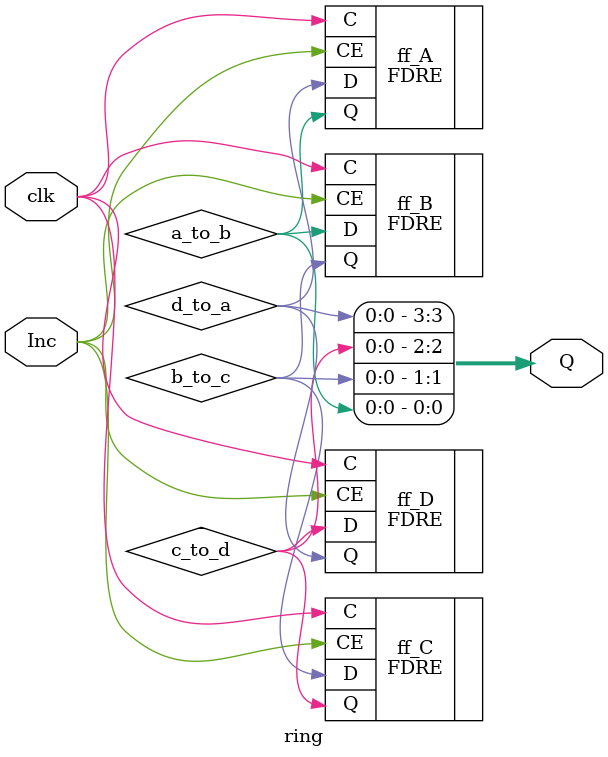
<source format=v>
`timescale 1ns / 1ps


module ring(
    input clk,
    input Inc,
    output [3:0] Q
    );
    
    wire a_to_b, b_to_c, c_to_d, d_to_a;
    
    FDRE #(.INIT(1'b1) ) ff_A (.C(clk), .CE(Inc), .D(d_to_a), .Q(a_to_b));
    FDRE #(.INIT(1'b0) ) ff_B (.C(clk), .CE(Inc), .D(a_to_b), .Q(b_to_c));
    FDRE #(.INIT(1'b0) ) ff_C (.C(clk), .CE(Inc), .D(b_to_c), .Q(c_to_d));
    FDRE #(.INIT(1'b0) ) ff_D (.C(clk), .CE(Inc), .D(c_to_d), .Q(d_to_a));
    
    assign Q[0] = a_to_b;
    assign Q[1] = b_to_c;
    assign Q[2] = c_to_d;
    assign Q[3] = d_to_a;
    
endmodule
</source>
